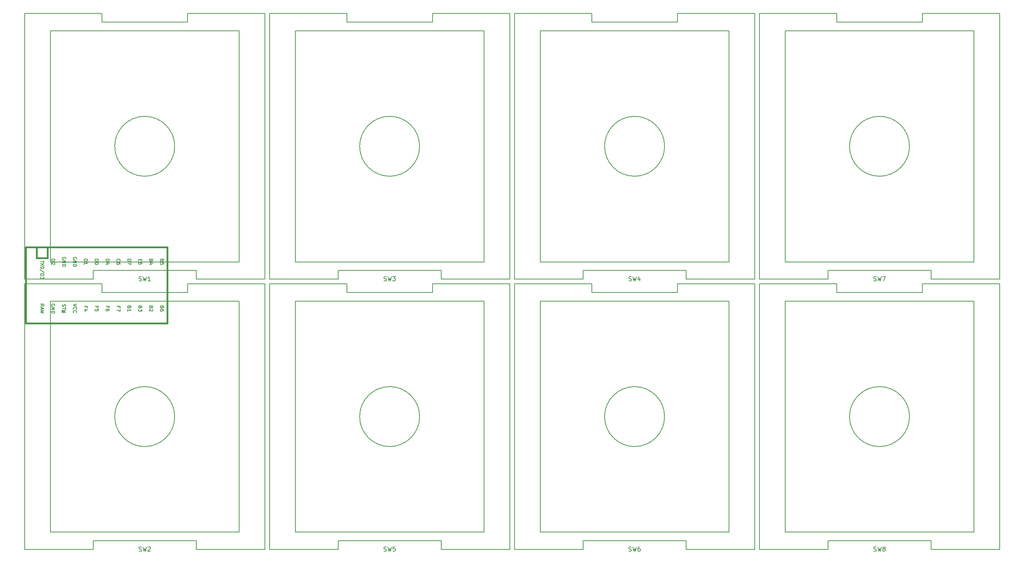
<source format=gto>
%TF.GenerationSoftware,KiCad,Pcbnew,(5.1.8)-1*%
%TF.CreationDate,2021-01-26T10:30:40+02:00*%
%TF.ProjectId,bigartsey,62696761-7274-4736-9579-2e6b69636164,rev?*%
%TF.SameCoordinates,Original*%
%TF.FileFunction,Legend,Top*%
%TF.FilePolarity,Positive*%
%FSLAX46Y46*%
G04 Gerber Fmt 4.6, Leading zero omitted, Abs format (unit mm)*
G04 Created by KiCad (PCBNEW (5.1.8)-1) date 2021-01-26 10:30:40*
%MOMM*%
%LPD*%
G01*
G04 APERTURE LIST*
%ADD10C,0.381000*%
%ADD11C,0.150000*%
G04 APERTURE END LIST*
D10*
%TO.C,U1*%
X40132000Y-82804000D02*
X40132000Y-80264000D01*
X37592000Y-82804000D02*
X40132000Y-82804000D01*
D11*
G36*
X43881030Y-95198635D02*
G01*
X43981030Y-95198635D01*
X43981030Y-95298635D01*
X43881030Y-95298635D01*
X43881030Y-95198635D01*
G37*
X43881030Y-95198635D02*
X43981030Y-95198635D01*
X43981030Y-95298635D01*
X43881030Y-95298635D01*
X43881030Y-95198635D01*
G36*
X43481030Y-95398635D02*
G01*
X44281030Y-95398635D01*
X44281030Y-95498635D01*
X43481030Y-95498635D01*
X43481030Y-95398635D01*
G37*
X43481030Y-95398635D02*
X44281030Y-95398635D01*
X44281030Y-95498635D01*
X43481030Y-95498635D01*
X43481030Y-95398635D01*
G36*
X44081030Y-94998635D02*
G01*
X44281030Y-94998635D01*
X44281030Y-95098635D01*
X44081030Y-95098635D01*
X44081030Y-94998635D01*
G37*
X44081030Y-94998635D02*
X44281030Y-94998635D01*
X44281030Y-95098635D01*
X44081030Y-95098635D01*
X44081030Y-94998635D01*
G36*
X43481030Y-94998635D02*
G01*
X43781030Y-94998635D01*
X43781030Y-95098635D01*
X43481030Y-95098635D01*
X43481030Y-94998635D01*
G37*
X43481030Y-94998635D02*
X43781030Y-94998635D01*
X43781030Y-95098635D01*
X43481030Y-95098635D01*
X43481030Y-94998635D01*
G36*
X43481030Y-94998635D02*
G01*
X43581030Y-94998635D01*
X43581030Y-95498635D01*
X43481030Y-95498635D01*
X43481030Y-94998635D01*
G37*
X43481030Y-94998635D02*
X43581030Y-94998635D01*
X43581030Y-95498635D01*
X43481030Y-95498635D01*
X43481030Y-94998635D01*
D10*
X68072000Y-98044000D02*
X35052000Y-98044000D01*
X68072000Y-80264000D02*
X68072000Y-98044000D01*
X35052000Y-80264000D02*
X68072000Y-80264000D01*
X35052000Y-98044000D02*
X35052000Y-80264000D01*
X37592000Y-82804000D02*
X37592000Y-80264000D01*
D11*
%TO.C,SW8*%
X256251500Y-146855500D02*
X256251500Y-92855500D01*
X256251500Y-92855500D02*
X212251500Y-92855500D01*
X212251500Y-92855500D02*
X212251500Y-146855500D01*
X256251500Y-146855500D02*
X212251500Y-146855500D01*
X246251500Y-150855500D02*
X262251500Y-150855500D01*
X246251500Y-150855500D02*
X246251500Y-148855500D01*
X246251500Y-148855500D02*
X222251500Y-148855500D01*
X222251500Y-148855500D02*
X222251500Y-150855500D01*
X222251500Y-150855500D02*
X206251500Y-150855500D01*
X224251500Y-88855500D02*
X206251500Y-88855500D01*
X262251500Y-88855500D02*
X244251500Y-88855500D01*
X244251500Y-88855500D02*
X244251500Y-90855500D01*
X244251500Y-90855500D02*
X224251500Y-90855500D01*
X224251500Y-90855500D02*
X224251500Y-88855500D01*
X206251500Y-88855500D02*
X206251500Y-150855500D01*
X262251500Y-150855500D02*
X262251500Y-88855500D01*
X241251500Y-119855500D02*
G75*
G03*
X241251500Y-119855500I-7000000J0D01*
G01*
%TO.C,SW7*%
X256251500Y-83705500D02*
X256251500Y-29705500D01*
X256251500Y-29705500D02*
X212251500Y-29705500D01*
X212251500Y-29705500D02*
X212251500Y-83705500D01*
X256251500Y-83705500D02*
X212251500Y-83705500D01*
X246251500Y-87705500D02*
X262251500Y-87705500D01*
X246251500Y-87705500D02*
X246251500Y-85705500D01*
X246251500Y-85705500D02*
X222251500Y-85705500D01*
X222251500Y-85705500D02*
X222251500Y-87705500D01*
X222251500Y-87705500D02*
X206251500Y-87705500D01*
X224251500Y-25705500D02*
X206251500Y-25705500D01*
X262251500Y-25705500D02*
X244251500Y-25705500D01*
X244251500Y-25705500D02*
X244251500Y-27705500D01*
X244251500Y-27705500D02*
X224251500Y-27705500D01*
X224251500Y-27705500D02*
X224251500Y-25705500D01*
X206251500Y-25705500D02*
X206251500Y-87705500D01*
X262251500Y-87705500D02*
X262251500Y-25705500D01*
X241251500Y-56705500D02*
G75*
G03*
X241251500Y-56705500I-7000000J0D01*
G01*
%TO.C,SW6*%
X199101500Y-146855500D02*
X199101500Y-92855500D01*
X199101500Y-92855500D02*
X155101500Y-92855500D01*
X155101500Y-92855500D02*
X155101500Y-146855500D01*
X199101500Y-146855500D02*
X155101500Y-146855500D01*
X189101500Y-150855500D02*
X205101500Y-150855500D01*
X189101500Y-150855500D02*
X189101500Y-148855500D01*
X189101500Y-148855500D02*
X165101500Y-148855500D01*
X165101500Y-148855500D02*
X165101500Y-150855500D01*
X165101500Y-150855500D02*
X149101500Y-150855500D01*
X167101500Y-88855500D02*
X149101500Y-88855500D01*
X205101500Y-88855500D02*
X187101500Y-88855500D01*
X187101500Y-88855500D02*
X187101500Y-90855500D01*
X187101500Y-90855500D02*
X167101500Y-90855500D01*
X167101500Y-90855500D02*
X167101500Y-88855500D01*
X149101500Y-88855500D02*
X149101500Y-150855500D01*
X205101500Y-150855500D02*
X205101500Y-88855500D01*
X184101500Y-119855500D02*
G75*
G03*
X184101500Y-119855500I-7000000J0D01*
G01*
%TO.C,SW5*%
X141951500Y-146855500D02*
X141951500Y-92855500D01*
X141951500Y-92855500D02*
X97951500Y-92855500D01*
X97951500Y-92855500D02*
X97951500Y-146855500D01*
X141951500Y-146855500D02*
X97951500Y-146855500D01*
X131951500Y-150855500D02*
X147951500Y-150855500D01*
X131951500Y-150855500D02*
X131951500Y-148855500D01*
X131951500Y-148855500D02*
X107951500Y-148855500D01*
X107951500Y-148855500D02*
X107951500Y-150855500D01*
X107951500Y-150855500D02*
X91951500Y-150855500D01*
X109951500Y-88855500D02*
X91951500Y-88855500D01*
X147951500Y-88855500D02*
X129951500Y-88855500D01*
X129951500Y-88855500D02*
X129951500Y-90855500D01*
X129951500Y-90855500D02*
X109951500Y-90855500D01*
X109951500Y-90855500D02*
X109951500Y-88855500D01*
X91951500Y-88855500D02*
X91951500Y-150855500D01*
X147951500Y-150855500D02*
X147951500Y-88855500D01*
X126951500Y-119855500D02*
G75*
G03*
X126951500Y-119855500I-7000000J0D01*
G01*
%TO.C,SW4*%
X199101500Y-83705500D02*
X199101500Y-29705500D01*
X199101500Y-29705500D02*
X155101500Y-29705500D01*
X155101500Y-29705500D02*
X155101500Y-83705500D01*
X199101500Y-83705500D02*
X155101500Y-83705500D01*
X189101500Y-87705500D02*
X205101500Y-87705500D01*
X189101500Y-87705500D02*
X189101500Y-85705500D01*
X189101500Y-85705500D02*
X165101500Y-85705500D01*
X165101500Y-85705500D02*
X165101500Y-87705500D01*
X165101500Y-87705500D02*
X149101500Y-87705500D01*
X167101500Y-25705500D02*
X149101500Y-25705500D01*
X205101500Y-25705500D02*
X187101500Y-25705500D01*
X187101500Y-25705500D02*
X187101500Y-27705500D01*
X187101500Y-27705500D02*
X167101500Y-27705500D01*
X167101500Y-27705500D02*
X167101500Y-25705500D01*
X149101500Y-25705500D02*
X149101500Y-87705500D01*
X205101500Y-87705500D02*
X205101500Y-25705500D01*
X184101500Y-56705500D02*
G75*
G03*
X184101500Y-56705500I-7000000J0D01*
G01*
%TO.C,SW3*%
X141951500Y-83705500D02*
X141951500Y-29705500D01*
X141951500Y-29705500D02*
X97951500Y-29705500D01*
X97951500Y-29705500D02*
X97951500Y-83705500D01*
X141951500Y-83705500D02*
X97951500Y-83705500D01*
X131951500Y-87705500D02*
X147951500Y-87705500D01*
X131951500Y-87705500D02*
X131951500Y-85705500D01*
X131951500Y-85705500D02*
X107951500Y-85705500D01*
X107951500Y-85705500D02*
X107951500Y-87705500D01*
X107951500Y-87705500D02*
X91951500Y-87705500D01*
X109951500Y-25705500D02*
X91951500Y-25705500D01*
X147951500Y-25705500D02*
X129951500Y-25705500D01*
X129951500Y-25705500D02*
X129951500Y-27705500D01*
X129951500Y-27705500D02*
X109951500Y-27705500D01*
X109951500Y-27705500D02*
X109951500Y-25705500D01*
X91951500Y-25705500D02*
X91951500Y-87705500D01*
X147951500Y-87705500D02*
X147951500Y-25705500D01*
X126951500Y-56705500D02*
G75*
G03*
X126951500Y-56705500I-7000000J0D01*
G01*
%TO.C,SW2*%
X84801500Y-146855500D02*
X84801500Y-92855500D01*
X84801500Y-92855500D02*
X40801500Y-92855500D01*
X40801500Y-92855500D02*
X40801500Y-146855500D01*
X84801500Y-146855500D02*
X40801500Y-146855500D01*
X74801500Y-150855500D02*
X90801500Y-150855500D01*
X74801500Y-150855500D02*
X74801500Y-148855500D01*
X74801500Y-148855500D02*
X50801500Y-148855500D01*
X50801500Y-148855500D02*
X50801500Y-150855500D01*
X50801500Y-150855500D02*
X34801500Y-150855500D01*
X52801500Y-88855500D02*
X34801500Y-88855500D01*
X90801500Y-88855500D02*
X72801500Y-88855500D01*
X72801500Y-88855500D02*
X72801500Y-90855500D01*
X72801500Y-90855500D02*
X52801500Y-90855500D01*
X52801500Y-90855500D02*
X52801500Y-88855500D01*
X34801500Y-88855500D02*
X34801500Y-150855500D01*
X90801500Y-150855500D02*
X90801500Y-88855500D01*
X69801500Y-119855500D02*
G75*
G03*
X69801500Y-119855500I-7000000J0D01*
G01*
%TO.C,SW1*%
X84801500Y-83705500D02*
X84801500Y-29705500D01*
X84801500Y-29705500D02*
X40801500Y-29705500D01*
X40801500Y-29705500D02*
X40801500Y-83705500D01*
X84801500Y-83705500D02*
X40801500Y-83705500D01*
X74801500Y-87705500D02*
X90801500Y-87705500D01*
X74801500Y-87705500D02*
X74801500Y-85705500D01*
X74801500Y-85705500D02*
X50801500Y-85705500D01*
X50801500Y-85705500D02*
X50801500Y-87705500D01*
X50801500Y-87705500D02*
X34801500Y-87705500D01*
X52801500Y-25705500D02*
X34801500Y-25705500D01*
X90801500Y-25705500D02*
X72801500Y-25705500D01*
X72801500Y-25705500D02*
X72801500Y-27705500D01*
X72801500Y-27705500D02*
X52801500Y-27705500D01*
X52801500Y-27705500D02*
X52801500Y-25705500D01*
X34801500Y-25705500D02*
X34801500Y-87705500D01*
X90801500Y-87705500D02*
X90801500Y-25705500D01*
X69801500Y-56705500D02*
G75*
G03*
X69801500Y-56705500I-7000000J0D01*
G01*
%TO.C,U1*%
X43598190Y-93660666D02*
X43560095Y-93774952D01*
X43560095Y-93965428D01*
X43598190Y-94041619D01*
X43636285Y-94079714D01*
X43712476Y-94117809D01*
X43788666Y-94117809D01*
X43864857Y-94079714D01*
X43902952Y-94041619D01*
X43941047Y-93965428D01*
X43979142Y-93813047D01*
X44017238Y-93736857D01*
X44055333Y-93698761D01*
X44131523Y-93660666D01*
X44207714Y-93660666D01*
X44283904Y-93698761D01*
X44322000Y-93736857D01*
X44360095Y-93813047D01*
X44360095Y-94003523D01*
X44322000Y-94117809D01*
X44360095Y-94346380D02*
X44360095Y-94803523D01*
X43560095Y-94574952D02*
X44360095Y-94574952D01*
X39300095Y-83391651D02*
X39300095Y-83848794D01*
X38500095Y-83620223D02*
X39300095Y-83620223D01*
X39300095Y-84039270D02*
X38500095Y-84572604D01*
X39300095Y-84572604D02*
X38500095Y-84039270D01*
X39300095Y-85029747D02*
X39300095Y-85105937D01*
X39262000Y-85182128D01*
X39223904Y-85220223D01*
X39147714Y-85258318D01*
X38995333Y-85296413D01*
X38804857Y-85296413D01*
X38652476Y-85258318D01*
X38576285Y-85220223D01*
X38538190Y-85182128D01*
X38500095Y-85105937D01*
X38500095Y-85029747D01*
X38538190Y-84953556D01*
X38576285Y-84915461D01*
X38652476Y-84877366D01*
X38804857Y-84839270D01*
X38995333Y-84839270D01*
X39147714Y-84877366D01*
X39223904Y-84915461D01*
X39262000Y-84953556D01*
X39300095Y-85029747D01*
X39338190Y-86210699D02*
X38309619Y-85524985D01*
X38500095Y-86477366D02*
X39300095Y-86477366D01*
X39300095Y-86667842D01*
X39262000Y-86782128D01*
X39185809Y-86858318D01*
X39109619Y-86896413D01*
X38957238Y-86934508D01*
X38842952Y-86934508D01*
X38690571Y-86896413D01*
X38614380Y-86858318D01*
X38538190Y-86782128D01*
X38500095Y-86667842D01*
X38500095Y-86477366D01*
X39300095Y-87201175D02*
X39300095Y-87696413D01*
X38995333Y-87429747D01*
X38995333Y-87544032D01*
X38957238Y-87620223D01*
X38919142Y-87658318D01*
X38842952Y-87696413D01*
X38652476Y-87696413D01*
X38576285Y-87658318D01*
X38538190Y-87620223D01*
X38500095Y-87544032D01*
X38500095Y-87315461D01*
X38538190Y-87239270D01*
X38576285Y-87201175D01*
X64319142Y-94291190D02*
X64281047Y-94405476D01*
X64242952Y-94443571D01*
X64166761Y-94481666D01*
X64052476Y-94481666D01*
X63976285Y-94443571D01*
X63938190Y-94405476D01*
X63900095Y-94329285D01*
X63900095Y-94024523D01*
X64700095Y-94024523D01*
X64700095Y-94291190D01*
X64662000Y-94367380D01*
X64623904Y-94405476D01*
X64547714Y-94443571D01*
X64471523Y-94443571D01*
X64395333Y-94405476D01*
X64357238Y-94367380D01*
X64319142Y-94291190D01*
X64319142Y-94024523D01*
X64623904Y-94786428D02*
X64662000Y-94824523D01*
X64700095Y-94900714D01*
X64700095Y-95091190D01*
X64662000Y-95167380D01*
X64623904Y-95205476D01*
X64547714Y-95243571D01*
X64471523Y-95243571D01*
X64357238Y-95205476D01*
X63900095Y-94748333D01*
X63900095Y-95243571D01*
X56699142Y-94348333D02*
X56699142Y-94081666D01*
X56280095Y-94081666D02*
X57080095Y-94081666D01*
X57080095Y-94462619D01*
X57080095Y-94691190D02*
X57080095Y-95224523D01*
X56280095Y-94881666D01*
X54159142Y-94348333D02*
X54159142Y-94081666D01*
X53740095Y-94081666D02*
X54540095Y-94081666D01*
X54540095Y-94462619D01*
X54540095Y-95110238D02*
X54540095Y-94957857D01*
X54502000Y-94881666D01*
X54463904Y-94843571D01*
X54349619Y-94767380D01*
X54197238Y-94729285D01*
X53892476Y-94729285D01*
X53816285Y-94767380D01*
X53778190Y-94805476D01*
X53740095Y-94881666D01*
X53740095Y-95034047D01*
X53778190Y-95110238D01*
X53816285Y-95148333D01*
X53892476Y-95186428D01*
X54082952Y-95186428D01*
X54159142Y-95148333D01*
X54197238Y-95110238D01*
X54235333Y-95034047D01*
X54235333Y-94881666D01*
X54197238Y-94805476D01*
X54159142Y-94767380D01*
X54082952Y-94729285D01*
X51619142Y-94348333D02*
X51619142Y-94081666D01*
X51200095Y-94081666D02*
X52000095Y-94081666D01*
X52000095Y-94462619D01*
X52000095Y-95148333D02*
X52000095Y-94767380D01*
X51619142Y-94729285D01*
X51657238Y-94767380D01*
X51695333Y-94843571D01*
X51695333Y-95034047D01*
X51657238Y-95110238D01*
X51619142Y-95148333D01*
X51542952Y-95186428D01*
X51352476Y-95186428D01*
X51276285Y-95148333D01*
X51238190Y-95110238D01*
X51200095Y-95034047D01*
X51200095Y-94843571D01*
X51238190Y-94767380D01*
X51276285Y-94729285D01*
X38500095Y-94062619D02*
X38881047Y-93795952D01*
X38500095Y-93605476D02*
X39300095Y-93605476D01*
X39300095Y-93910238D01*
X39262000Y-93986428D01*
X39223904Y-94024523D01*
X39147714Y-94062619D01*
X39033428Y-94062619D01*
X38957238Y-94024523D01*
X38919142Y-93986428D01*
X38881047Y-93910238D01*
X38881047Y-93605476D01*
X38728666Y-94367380D02*
X38728666Y-94748333D01*
X38500095Y-94291190D02*
X39300095Y-94557857D01*
X38500095Y-94824523D01*
X39300095Y-95015000D02*
X38500095Y-95205476D01*
X39071523Y-95357857D01*
X38500095Y-95510238D01*
X39300095Y-95700714D01*
X41802000Y-94005476D02*
X41840095Y-93929285D01*
X41840095Y-93815000D01*
X41802000Y-93700714D01*
X41725809Y-93624523D01*
X41649619Y-93586428D01*
X41497238Y-93548333D01*
X41382952Y-93548333D01*
X41230571Y-93586428D01*
X41154380Y-93624523D01*
X41078190Y-93700714D01*
X41040095Y-93815000D01*
X41040095Y-93891190D01*
X41078190Y-94005476D01*
X41116285Y-94043571D01*
X41382952Y-94043571D01*
X41382952Y-93891190D01*
X41040095Y-94386428D02*
X41840095Y-94386428D01*
X41040095Y-94843571D01*
X41840095Y-94843571D01*
X41040095Y-95224523D02*
X41840095Y-95224523D01*
X41840095Y-95415000D01*
X41802000Y-95529285D01*
X41725809Y-95605476D01*
X41649619Y-95643571D01*
X41497238Y-95681666D01*
X41382952Y-95681666D01*
X41230571Y-95643571D01*
X41154380Y-95605476D01*
X41078190Y-95529285D01*
X41040095Y-95415000D01*
X41040095Y-95224523D01*
X46920095Y-93548333D02*
X46120095Y-93815000D01*
X46920095Y-94081666D01*
X46196285Y-94805476D02*
X46158190Y-94767380D01*
X46120095Y-94653095D01*
X46120095Y-94576904D01*
X46158190Y-94462619D01*
X46234380Y-94386428D01*
X46310571Y-94348333D01*
X46462952Y-94310238D01*
X46577238Y-94310238D01*
X46729619Y-94348333D01*
X46805809Y-94386428D01*
X46882000Y-94462619D01*
X46920095Y-94576904D01*
X46920095Y-94653095D01*
X46882000Y-94767380D01*
X46843904Y-94805476D01*
X46196285Y-95605476D02*
X46158190Y-95567380D01*
X46120095Y-95453095D01*
X46120095Y-95376904D01*
X46158190Y-95262619D01*
X46234380Y-95186428D01*
X46310571Y-95148333D01*
X46462952Y-95110238D01*
X46577238Y-95110238D01*
X46729619Y-95148333D01*
X46805809Y-95186428D01*
X46882000Y-95262619D01*
X46920095Y-95376904D01*
X46920095Y-95453095D01*
X46882000Y-95567380D01*
X46843904Y-95605476D01*
X49079142Y-94348333D02*
X49079142Y-94081666D01*
X48660095Y-94081666D02*
X49460095Y-94081666D01*
X49460095Y-94462619D01*
X49193428Y-95110238D02*
X48660095Y-95110238D01*
X49498190Y-94919761D02*
X48926761Y-94729285D01*
X48926761Y-95224523D01*
X59239142Y-94291190D02*
X59201047Y-94405476D01*
X59162952Y-94443571D01*
X59086761Y-94481666D01*
X58972476Y-94481666D01*
X58896285Y-94443571D01*
X58858190Y-94405476D01*
X58820095Y-94329285D01*
X58820095Y-94024523D01*
X59620095Y-94024523D01*
X59620095Y-94291190D01*
X59582000Y-94367380D01*
X59543904Y-94405476D01*
X59467714Y-94443571D01*
X59391523Y-94443571D01*
X59315333Y-94405476D01*
X59277238Y-94367380D01*
X59239142Y-94291190D01*
X59239142Y-94024523D01*
X58820095Y-95243571D02*
X58820095Y-94786428D01*
X58820095Y-95015000D02*
X59620095Y-95015000D01*
X59505809Y-94938809D01*
X59429619Y-94862619D01*
X59391523Y-94786428D01*
X61779142Y-94291190D02*
X61741047Y-94405476D01*
X61702952Y-94443571D01*
X61626761Y-94481666D01*
X61512476Y-94481666D01*
X61436285Y-94443571D01*
X61398190Y-94405476D01*
X61360095Y-94329285D01*
X61360095Y-94024523D01*
X62160095Y-94024523D01*
X62160095Y-94291190D01*
X62122000Y-94367380D01*
X62083904Y-94405476D01*
X62007714Y-94443571D01*
X61931523Y-94443571D01*
X61855333Y-94405476D01*
X61817238Y-94367380D01*
X61779142Y-94291190D01*
X61779142Y-94024523D01*
X62160095Y-94748333D02*
X62160095Y-95243571D01*
X61855333Y-94976904D01*
X61855333Y-95091190D01*
X61817238Y-95167380D01*
X61779142Y-95205476D01*
X61702952Y-95243571D01*
X61512476Y-95243571D01*
X61436285Y-95205476D01*
X61398190Y-95167380D01*
X61360095Y-95091190D01*
X61360095Y-94862619D01*
X61398190Y-94786428D01*
X61436285Y-94748333D01*
X66859142Y-94291190D02*
X66821047Y-94405476D01*
X66782952Y-94443571D01*
X66706761Y-94481666D01*
X66592476Y-94481666D01*
X66516285Y-94443571D01*
X66478190Y-94405476D01*
X66440095Y-94329285D01*
X66440095Y-94024523D01*
X67240095Y-94024523D01*
X67240095Y-94291190D01*
X67202000Y-94367380D01*
X67163904Y-94405476D01*
X67087714Y-94443571D01*
X67011523Y-94443571D01*
X66935333Y-94405476D01*
X66897238Y-94367380D01*
X66859142Y-94291190D01*
X66859142Y-94024523D01*
X67240095Y-95167380D02*
X67240095Y-95015000D01*
X67202000Y-94938809D01*
X67163904Y-94900714D01*
X67049619Y-94824523D01*
X66897238Y-94786428D01*
X66592476Y-94786428D01*
X66516285Y-94824523D01*
X66478190Y-94862619D01*
X66440095Y-94938809D01*
X66440095Y-95091190D01*
X66478190Y-95167380D01*
X66516285Y-95205476D01*
X66592476Y-95243571D01*
X66782952Y-95243571D01*
X66859142Y-95205476D01*
X66897238Y-95167380D01*
X66935333Y-95091190D01*
X66935333Y-94938809D01*
X66897238Y-94862619D01*
X66859142Y-94824523D01*
X66782952Y-94786428D01*
X66859142Y-83369190D02*
X66821047Y-83483476D01*
X66782952Y-83521571D01*
X66706761Y-83559666D01*
X66592476Y-83559666D01*
X66516285Y-83521571D01*
X66478190Y-83483476D01*
X66440095Y-83407285D01*
X66440095Y-83102523D01*
X67240095Y-83102523D01*
X67240095Y-83369190D01*
X67202000Y-83445380D01*
X67163904Y-83483476D01*
X67087714Y-83521571D01*
X67011523Y-83521571D01*
X66935333Y-83483476D01*
X66897238Y-83445380D01*
X66859142Y-83369190D01*
X66859142Y-83102523D01*
X67240095Y-84283476D02*
X67240095Y-83902523D01*
X66859142Y-83864428D01*
X66897238Y-83902523D01*
X66935333Y-83978714D01*
X66935333Y-84169190D01*
X66897238Y-84245380D01*
X66859142Y-84283476D01*
X66782952Y-84321571D01*
X66592476Y-84321571D01*
X66516285Y-84283476D01*
X66478190Y-84245380D01*
X66440095Y-84169190D01*
X66440095Y-83978714D01*
X66478190Y-83902523D01*
X66516285Y-83864428D01*
X64319142Y-83369190D02*
X64281047Y-83483476D01*
X64242952Y-83521571D01*
X64166761Y-83559666D01*
X64052476Y-83559666D01*
X63976285Y-83521571D01*
X63938190Y-83483476D01*
X63900095Y-83407285D01*
X63900095Y-83102523D01*
X64700095Y-83102523D01*
X64700095Y-83369190D01*
X64662000Y-83445380D01*
X64623904Y-83483476D01*
X64547714Y-83521571D01*
X64471523Y-83521571D01*
X64395333Y-83483476D01*
X64357238Y-83445380D01*
X64319142Y-83369190D01*
X64319142Y-83102523D01*
X64433428Y-84245380D02*
X63900095Y-84245380D01*
X64738190Y-84054904D02*
X64166761Y-83864428D01*
X64166761Y-84359666D01*
X61779142Y-83140619D02*
X61779142Y-83407285D01*
X61360095Y-83521571D02*
X61360095Y-83140619D01*
X62160095Y-83140619D01*
X62160095Y-83521571D01*
X62160095Y-84207285D02*
X62160095Y-84054904D01*
X62122000Y-83978714D01*
X62083904Y-83940619D01*
X61969619Y-83864428D01*
X61817238Y-83826333D01*
X61512476Y-83826333D01*
X61436285Y-83864428D01*
X61398190Y-83902523D01*
X61360095Y-83978714D01*
X61360095Y-84131095D01*
X61398190Y-84207285D01*
X61436285Y-84245380D01*
X61512476Y-84283476D01*
X61702952Y-84283476D01*
X61779142Y-84245380D01*
X61817238Y-84207285D01*
X61855333Y-84131095D01*
X61855333Y-83978714D01*
X61817238Y-83902523D01*
X61779142Y-83864428D01*
X61702952Y-83826333D01*
X58820095Y-83102523D02*
X59620095Y-83102523D01*
X59620095Y-83293000D01*
X59582000Y-83407285D01*
X59505809Y-83483476D01*
X59429619Y-83521571D01*
X59277238Y-83559666D01*
X59162952Y-83559666D01*
X59010571Y-83521571D01*
X58934380Y-83483476D01*
X58858190Y-83407285D01*
X58820095Y-83293000D01*
X58820095Y-83102523D01*
X59620095Y-83826333D02*
X59620095Y-84359666D01*
X58820095Y-84016809D01*
X56356285Y-83559666D02*
X56318190Y-83521571D01*
X56280095Y-83407285D01*
X56280095Y-83331095D01*
X56318190Y-83216809D01*
X56394380Y-83140619D01*
X56470571Y-83102523D01*
X56622952Y-83064428D01*
X56737238Y-83064428D01*
X56889619Y-83102523D01*
X56965809Y-83140619D01*
X57042000Y-83216809D01*
X57080095Y-83331095D01*
X57080095Y-83407285D01*
X57042000Y-83521571D01*
X57003904Y-83559666D01*
X57080095Y-84245380D02*
X57080095Y-84093000D01*
X57042000Y-84016809D01*
X57003904Y-83978714D01*
X56889619Y-83902523D01*
X56737238Y-83864428D01*
X56432476Y-83864428D01*
X56356285Y-83902523D01*
X56318190Y-83940619D01*
X56280095Y-84016809D01*
X56280095Y-84169190D01*
X56318190Y-84245380D01*
X56356285Y-84283476D01*
X56432476Y-84321571D01*
X56622952Y-84321571D01*
X56699142Y-84283476D01*
X56737238Y-84245380D01*
X56775333Y-84169190D01*
X56775333Y-84016809D01*
X56737238Y-83940619D01*
X56699142Y-83902523D01*
X56622952Y-83864428D01*
X53740095Y-83102523D02*
X54540095Y-83102523D01*
X54540095Y-83293000D01*
X54502000Y-83407285D01*
X54425809Y-83483476D01*
X54349619Y-83521571D01*
X54197238Y-83559666D01*
X54082952Y-83559666D01*
X53930571Y-83521571D01*
X53854380Y-83483476D01*
X53778190Y-83407285D01*
X53740095Y-83293000D01*
X53740095Y-83102523D01*
X54273428Y-84245380D02*
X53740095Y-84245380D01*
X54578190Y-84054904D02*
X54006761Y-83864428D01*
X54006761Y-84359666D01*
X44342000Y-83083476D02*
X44380095Y-83007285D01*
X44380095Y-82893000D01*
X44342000Y-82778714D01*
X44265809Y-82702523D01*
X44189619Y-82664428D01*
X44037238Y-82626333D01*
X43922952Y-82626333D01*
X43770571Y-82664428D01*
X43694380Y-82702523D01*
X43618190Y-82778714D01*
X43580095Y-82893000D01*
X43580095Y-82969190D01*
X43618190Y-83083476D01*
X43656285Y-83121571D01*
X43922952Y-83121571D01*
X43922952Y-82969190D01*
X43580095Y-83464428D02*
X44380095Y-83464428D01*
X43580095Y-83921571D01*
X44380095Y-83921571D01*
X43580095Y-84302523D02*
X44380095Y-84302523D01*
X44380095Y-84493000D01*
X44342000Y-84607285D01*
X44265809Y-84683476D01*
X44189619Y-84721571D01*
X44037238Y-84759666D01*
X43922952Y-84759666D01*
X43770571Y-84721571D01*
X43694380Y-84683476D01*
X43618190Y-84607285D01*
X43580095Y-84493000D01*
X43580095Y-84302523D01*
X46882000Y-83083476D02*
X46920095Y-83007285D01*
X46920095Y-82893000D01*
X46882000Y-82778714D01*
X46805809Y-82702523D01*
X46729619Y-82664428D01*
X46577238Y-82626333D01*
X46462952Y-82626333D01*
X46310571Y-82664428D01*
X46234380Y-82702523D01*
X46158190Y-82778714D01*
X46120095Y-82893000D01*
X46120095Y-82969190D01*
X46158190Y-83083476D01*
X46196285Y-83121571D01*
X46462952Y-83121571D01*
X46462952Y-82969190D01*
X46120095Y-83464428D02*
X46920095Y-83464428D01*
X46120095Y-83921571D01*
X46920095Y-83921571D01*
X46120095Y-84302523D02*
X46920095Y-84302523D01*
X46920095Y-84493000D01*
X46882000Y-84607285D01*
X46805809Y-84683476D01*
X46729619Y-84721571D01*
X46577238Y-84759666D01*
X46462952Y-84759666D01*
X46310571Y-84721571D01*
X46234380Y-84683476D01*
X46158190Y-84607285D01*
X46120095Y-84493000D01*
X46120095Y-84302523D01*
X48660095Y-83102523D02*
X49460095Y-83102523D01*
X49460095Y-83293000D01*
X49422000Y-83407285D01*
X49345809Y-83483476D01*
X49269619Y-83521571D01*
X49117238Y-83559666D01*
X49002952Y-83559666D01*
X48850571Y-83521571D01*
X48774380Y-83483476D01*
X48698190Y-83407285D01*
X48660095Y-83293000D01*
X48660095Y-83102523D01*
X48660095Y-84321571D02*
X48660095Y-83864428D01*
X48660095Y-84093000D02*
X49460095Y-84093000D01*
X49345809Y-84016809D01*
X49269619Y-83940619D01*
X49231523Y-83864428D01*
X51200095Y-83102523D02*
X52000095Y-83102523D01*
X52000095Y-83293000D01*
X51962000Y-83407285D01*
X51885809Y-83483476D01*
X51809619Y-83521571D01*
X51657238Y-83559666D01*
X51542952Y-83559666D01*
X51390571Y-83521571D01*
X51314380Y-83483476D01*
X51238190Y-83407285D01*
X51200095Y-83293000D01*
X51200095Y-83102523D01*
X52000095Y-84054904D02*
X52000095Y-84131095D01*
X51962000Y-84207285D01*
X51923904Y-84245380D01*
X51847714Y-84283476D01*
X51695333Y-84321571D01*
X51504857Y-84321571D01*
X51352476Y-84283476D01*
X51276285Y-84245380D01*
X51238190Y-84207285D01*
X51200095Y-84131095D01*
X51200095Y-84054904D01*
X51238190Y-83978714D01*
X51276285Y-83940619D01*
X51352476Y-83902523D01*
X51504857Y-83864428D01*
X51695333Y-83864428D01*
X51847714Y-83902523D01*
X51923904Y-83940619D01*
X51962000Y-83978714D01*
X52000095Y-84054904D01*
X41040095Y-83102523D02*
X41840095Y-83102523D01*
X41840095Y-83293000D01*
X41802000Y-83407285D01*
X41725809Y-83483476D01*
X41649619Y-83521571D01*
X41497238Y-83559666D01*
X41382952Y-83559666D01*
X41230571Y-83521571D01*
X41154380Y-83483476D01*
X41078190Y-83407285D01*
X41040095Y-83293000D01*
X41040095Y-83102523D01*
X41763904Y-83864428D02*
X41802000Y-83902523D01*
X41840095Y-83978714D01*
X41840095Y-84169190D01*
X41802000Y-84245380D01*
X41763904Y-84283476D01*
X41687714Y-84321571D01*
X41611523Y-84321571D01*
X41497238Y-84283476D01*
X41040095Y-83826333D01*
X41040095Y-84321571D01*
%TO.C,SW8*%
X232918166Y-151260261D02*
X233061023Y-151307880D01*
X233299119Y-151307880D01*
X233394357Y-151260261D01*
X233441976Y-151212642D01*
X233489595Y-151117404D01*
X233489595Y-151022166D01*
X233441976Y-150926928D01*
X233394357Y-150879309D01*
X233299119Y-150831690D01*
X233108642Y-150784071D01*
X233013404Y-150736452D01*
X232965785Y-150688833D01*
X232918166Y-150593595D01*
X232918166Y-150498357D01*
X232965785Y-150403119D01*
X233013404Y-150355500D01*
X233108642Y-150307880D01*
X233346738Y-150307880D01*
X233489595Y-150355500D01*
X233822928Y-150307880D02*
X234061023Y-151307880D01*
X234251500Y-150593595D01*
X234441976Y-151307880D01*
X234680071Y-150307880D01*
X235203880Y-150736452D02*
X235108642Y-150688833D01*
X235061023Y-150641214D01*
X235013404Y-150545976D01*
X235013404Y-150498357D01*
X235061023Y-150403119D01*
X235108642Y-150355500D01*
X235203880Y-150307880D01*
X235394357Y-150307880D01*
X235489595Y-150355500D01*
X235537214Y-150403119D01*
X235584833Y-150498357D01*
X235584833Y-150545976D01*
X235537214Y-150641214D01*
X235489595Y-150688833D01*
X235394357Y-150736452D01*
X235203880Y-150736452D01*
X235108642Y-150784071D01*
X235061023Y-150831690D01*
X235013404Y-150926928D01*
X235013404Y-151117404D01*
X235061023Y-151212642D01*
X235108642Y-151260261D01*
X235203880Y-151307880D01*
X235394357Y-151307880D01*
X235489595Y-151260261D01*
X235537214Y-151212642D01*
X235584833Y-151117404D01*
X235584833Y-150926928D01*
X235537214Y-150831690D01*
X235489595Y-150784071D01*
X235394357Y-150736452D01*
%TO.C,SW7*%
X232918166Y-88110261D02*
X233061023Y-88157880D01*
X233299119Y-88157880D01*
X233394357Y-88110261D01*
X233441976Y-88062642D01*
X233489595Y-87967404D01*
X233489595Y-87872166D01*
X233441976Y-87776928D01*
X233394357Y-87729309D01*
X233299119Y-87681690D01*
X233108642Y-87634071D01*
X233013404Y-87586452D01*
X232965785Y-87538833D01*
X232918166Y-87443595D01*
X232918166Y-87348357D01*
X232965785Y-87253119D01*
X233013404Y-87205500D01*
X233108642Y-87157880D01*
X233346738Y-87157880D01*
X233489595Y-87205500D01*
X233822928Y-87157880D02*
X234061023Y-88157880D01*
X234251500Y-87443595D01*
X234441976Y-88157880D01*
X234680071Y-87157880D01*
X234965785Y-87157880D02*
X235632452Y-87157880D01*
X235203880Y-88157880D01*
%TO.C,SW6*%
X175768166Y-151260261D02*
X175911023Y-151307880D01*
X176149119Y-151307880D01*
X176244357Y-151260261D01*
X176291976Y-151212642D01*
X176339595Y-151117404D01*
X176339595Y-151022166D01*
X176291976Y-150926928D01*
X176244357Y-150879309D01*
X176149119Y-150831690D01*
X175958642Y-150784071D01*
X175863404Y-150736452D01*
X175815785Y-150688833D01*
X175768166Y-150593595D01*
X175768166Y-150498357D01*
X175815785Y-150403119D01*
X175863404Y-150355500D01*
X175958642Y-150307880D01*
X176196738Y-150307880D01*
X176339595Y-150355500D01*
X176672928Y-150307880D02*
X176911023Y-151307880D01*
X177101500Y-150593595D01*
X177291976Y-151307880D01*
X177530071Y-150307880D01*
X178339595Y-150307880D02*
X178149119Y-150307880D01*
X178053880Y-150355500D01*
X178006261Y-150403119D01*
X177911023Y-150545976D01*
X177863404Y-150736452D01*
X177863404Y-151117404D01*
X177911023Y-151212642D01*
X177958642Y-151260261D01*
X178053880Y-151307880D01*
X178244357Y-151307880D01*
X178339595Y-151260261D01*
X178387214Y-151212642D01*
X178434833Y-151117404D01*
X178434833Y-150879309D01*
X178387214Y-150784071D01*
X178339595Y-150736452D01*
X178244357Y-150688833D01*
X178053880Y-150688833D01*
X177958642Y-150736452D01*
X177911023Y-150784071D01*
X177863404Y-150879309D01*
%TO.C,SW5*%
X118618166Y-151260261D02*
X118761023Y-151307880D01*
X118999119Y-151307880D01*
X119094357Y-151260261D01*
X119141976Y-151212642D01*
X119189595Y-151117404D01*
X119189595Y-151022166D01*
X119141976Y-150926928D01*
X119094357Y-150879309D01*
X118999119Y-150831690D01*
X118808642Y-150784071D01*
X118713404Y-150736452D01*
X118665785Y-150688833D01*
X118618166Y-150593595D01*
X118618166Y-150498357D01*
X118665785Y-150403119D01*
X118713404Y-150355500D01*
X118808642Y-150307880D01*
X119046738Y-150307880D01*
X119189595Y-150355500D01*
X119522928Y-150307880D02*
X119761023Y-151307880D01*
X119951500Y-150593595D01*
X120141976Y-151307880D01*
X120380071Y-150307880D01*
X121237214Y-150307880D02*
X120761023Y-150307880D01*
X120713404Y-150784071D01*
X120761023Y-150736452D01*
X120856261Y-150688833D01*
X121094357Y-150688833D01*
X121189595Y-150736452D01*
X121237214Y-150784071D01*
X121284833Y-150879309D01*
X121284833Y-151117404D01*
X121237214Y-151212642D01*
X121189595Y-151260261D01*
X121094357Y-151307880D01*
X120856261Y-151307880D01*
X120761023Y-151260261D01*
X120713404Y-151212642D01*
%TO.C,SW4*%
X175768166Y-88110261D02*
X175911023Y-88157880D01*
X176149119Y-88157880D01*
X176244357Y-88110261D01*
X176291976Y-88062642D01*
X176339595Y-87967404D01*
X176339595Y-87872166D01*
X176291976Y-87776928D01*
X176244357Y-87729309D01*
X176149119Y-87681690D01*
X175958642Y-87634071D01*
X175863404Y-87586452D01*
X175815785Y-87538833D01*
X175768166Y-87443595D01*
X175768166Y-87348357D01*
X175815785Y-87253119D01*
X175863404Y-87205500D01*
X175958642Y-87157880D01*
X176196738Y-87157880D01*
X176339595Y-87205500D01*
X176672928Y-87157880D02*
X176911023Y-88157880D01*
X177101500Y-87443595D01*
X177291976Y-88157880D01*
X177530071Y-87157880D01*
X178339595Y-87491214D02*
X178339595Y-88157880D01*
X178101500Y-87110261D02*
X177863404Y-87824547D01*
X178482452Y-87824547D01*
%TO.C,SW3*%
X118618166Y-88110261D02*
X118761023Y-88157880D01*
X118999119Y-88157880D01*
X119094357Y-88110261D01*
X119141976Y-88062642D01*
X119189595Y-87967404D01*
X119189595Y-87872166D01*
X119141976Y-87776928D01*
X119094357Y-87729309D01*
X118999119Y-87681690D01*
X118808642Y-87634071D01*
X118713404Y-87586452D01*
X118665785Y-87538833D01*
X118618166Y-87443595D01*
X118618166Y-87348357D01*
X118665785Y-87253119D01*
X118713404Y-87205500D01*
X118808642Y-87157880D01*
X119046738Y-87157880D01*
X119189595Y-87205500D01*
X119522928Y-87157880D02*
X119761023Y-88157880D01*
X119951500Y-87443595D01*
X120141976Y-88157880D01*
X120380071Y-87157880D01*
X120665785Y-87157880D02*
X121284833Y-87157880D01*
X120951500Y-87538833D01*
X121094357Y-87538833D01*
X121189595Y-87586452D01*
X121237214Y-87634071D01*
X121284833Y-87729309D01*
X121284833Y-87967404D01*
X121237214Y-88062642D01*
X121189595Y-88110261D01*
X121094357Y-88157880D01*
X120808642Y-88157880D01*
X120713404Y-88110261D01*
X120665785Y-88062642D01*
%TO.C,SW2*%
X61468166Y-151260261D02*
X61611023Y-151307880D01*
X61849119Y-151307880D01*
X61944357Y-151260261D01*
X61991976Y-151212642D01*
X62039595Y-151117404D01*
X62039595Y-151022166D01*
X61991976Y-150926928D01*
X61944357Y-150879309D01*
X61849119Y-150831690D01*
X61658642Y-150784071D01*
X61563404Y-150736452D01*
X61515785Y-150688833D01*
X61468166Y-150593595D01*
X61468166Y-150498357D01*
X61515785Y-150403119D01*
X61563404Y-150355500D01*
X61658642Y-150307880D01*
X61896738Y-150307880D01*
X62039595Y-150355500D01*
X62372928Y-150307880D02*
X62611023Y-151307880D01*
X62801500Y-150593595D01*
X62991976Y-151307880D01*
X63230071Y-150307880D01*
X63563404Y-150403119D02*
X63611023Y-150355500D01*
X63706261Y-150307880D01*
X63944357Y-150307880D01*
X64039595Y-150355500D01*
X64087214Y-150403119D01*
X64134833Y-150498357D01*
X64134833Y-150593595D01*
X64087214Y-150736452D01*
X63515785Y-151307880D01*
X64134833Y-151307880D01*
%TO.C,SW1*%
X61468166Y-88110261D02*
X61611023Y-88157880D01*
X61849119Y-88157880D01*
X61944357Y-88110261D01*
X61991976Y-88062642D01*
X62039595Y-87967404D01*
X62039595Y-87872166D01*
X61991976Y-87776928D01*
X61944357Y-87729309D01*
X61849119Y-87681690D01*
X61658642Y-87634071D01*
X61563404Y-87586452D01*
X61515785Y-87538833D01*
X61468166Y-87443595D01*
X61468166Y-87348357D01*
X61515785Y-87253119D01*
X61563404Y-87205500D01*
X61658642Y-87157880D01*
X61896738Y-87157880D01*
X62039595Y-87205500D01*
X62372928Y-87157880D02*
X62611023Y-88157880D01*
X62801500Y-87443595D01*
X62991976Y-88157880D01*
X63230071Y-87157880D01*
X64134833Y-88157880D02*
X63563404Y-88157880D01*
X63849119Y-88157880D02*
X63849119Y-87157880D01*
X63753880Y-87300738D01*
X63658642Y-87395976D01*
X63563404Y-87443595D01*
%TD*%
M02*

</source>
